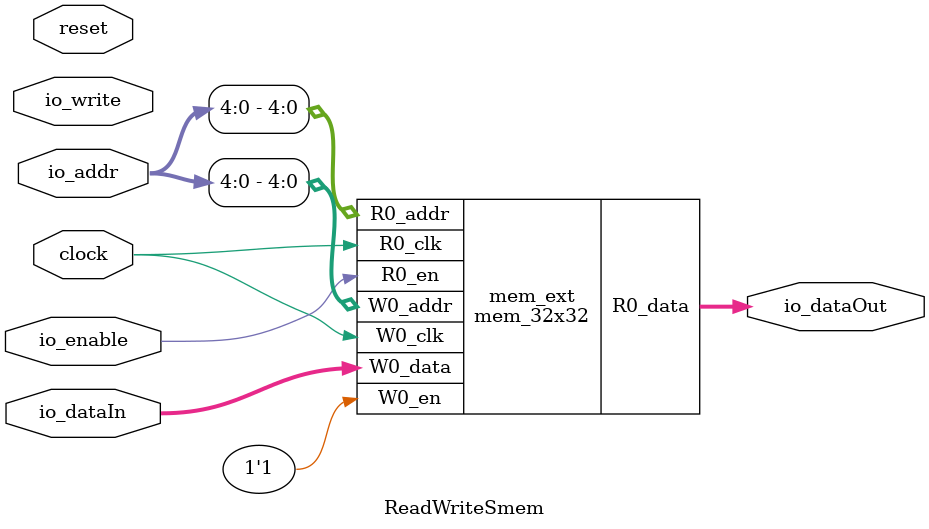
<source format=v>
module mem_32x32(
  input  [4:0]  R0_addr,
  input         R0_en,
                R0_clk,
  input  [4:0]  W0_addr,
  input         W0_en,
                W0_clk,
  input  [31:0] W0_data,
  output [31:0] R0_data
);

  reg [31:0] Memory[0:31];
  reg        _R0_en_d0;
  reg [4:0]  _R0_addr_d0;
  always @(posedge R0_clk) begin
    _R0_en_d0 <= R0_en;
    _R0_addr_d0 <= R0_addr;
  end // always @(posedge)
  always @(posedge W0_clk) begin
    if (W0_en)
      Memory[W0_addr] <= W0_data;
  end // always @(posedge)
  assign R0_data = _R0_en_d0 ? Memory[_R0_addr_d0] : 32'bx;
endmodule

module ReadWriteSmem(
  input         clock,
                reset,
                io_enable,
                io_write,
  input  [9:0]  io_addr,
  input  [31:0] io_dataIn,
  output [31:0] io_dataOut
);

  mem_32x32 mem_ext (
    .R0_addr (io_addr[4:0]),
    .R0_en   (io_enable),
    .R0_clk  (clock),
    .W0_addr (io_addr[4:0]),
    .W0_en   (1'h1),
    .W0_clk  (clock),
    .W0_data (io_dataIn),
    .R0_data (io_dataOut)
  );
endmodule


</source>
